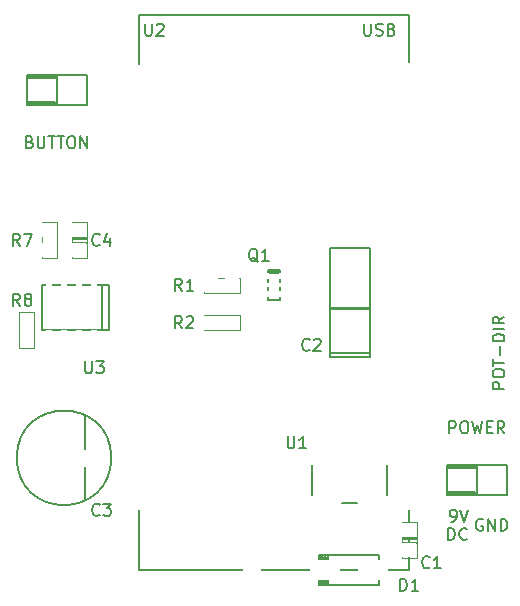
<source format=gto>
G04 #@! TF.FileFunction,Legend,Top*
%FSLAX46Y46*%
G04 Gerber Fmt 4.6, Leading zero omitted, Abs format (unit mm)*
G04 Created by KiCad (PCBNEW 4.0.1-stable) date 27/02/2016 21:34:42*
%MOMM*%
G01*
G04 APERTURE LIST*
%ADD10C,0.150000*%
%ADD11C,0.100000*%
%ADD12R,5.800000X6.200000*%
%ADD13R,1.600000X3.000000*%
%ADD14R,0.600000X1.550000*%
%ADD15R,1.150000X1.150000*%
%ADD16C,2.000000*%
%ADD17C,1.800000*%
%ADD18R,1.500000X1.500000*%
%ADD19C,1.500000*%
%ADD20R,2.500000X1.700000*%
%ADD21C,1.000000*%
%ADD22R,1.000000X1.000000*%
%ADD23O,3.000000X1.800000*%
%ADD24C,4.000000*%
%ADD25C,2.500000*%
%ADD26R,2.350000X2.770000*%
%ADD27R,1.000000X0.400000*%
%ADD28R,1.000000X0.600000*%
%ADD29R,1.800000X1.800000*%
G04 APERTURE END LIST*
D10*
X87503096Y-94750000D02*
X87407858Y-94702381D01*
X87265001Y-94702381D01*
X87122143Y-94750000D01*
X87026905Y-94845238D01*
X86979286Y-94940476D01*
X86931667Y-95130952D01*
X86931667Y-95273810D01*
X86979286Y-95464286D01*
X87026905Y-95559524D01*
X87122143Y-95654762D01*
X87265001Y-95702381D01*
X87360239Y-95702381D01*
X87503096Y-95654762D01*
X87550715Y-95607143D01*
X87550715Y-95273810D01*
X87360239Y-95273810D01*
X87979286Y-95702381D02*
X87979286Y-94702381D01*
X88550715Y-95702381D01*
X88550715Y-94702381D01*
X89026905Y-95702381D02*
X89026905Y-94702381D01*
X89265000Y-94702381D01*
X89407858Y-94750000D01*
X89503096Y-94845238D01*
X89550715Y-94940476D01*
X89598334Y-95130952D01*
X89598334Y-95273810D01*
X89550715Y-95464286D01*
X89503096Y-95559524D01*
X89407858Y-95654762D01*
X89265000Y-95702381D01*
X89026905Y-95702381D01*
X84836190Y-94927381D02*
X85026666Y-94927381D01*
X85121905Y-94879762D01*
X85169524Y-94832143D01*
X85264762Y-94689286D01*
X85312381Y-94498810D01*
X85312381Y-94117857D01*
X85264762Y-94022619D01*
X85217143Y-93975000D01*
X85121905Y-93927381D01*
X84931428Y-93927381D01*
X84836190Y-93975000D01*
X84788571Y-94022619D01*
X84740952Y-94117857D01*
X84740952Y-94355952D01*
X84788571Y-94451190D01*
X84836190Y-94498810D01*
X84931428Y-94546429D01*
X85121905Y-94546429D01*
X85217143Y-94498810D01*
X85264762Y-94451190D01*
X85312381Y-94355952D01*
X85598095Y-93927381D02*
X85931428Y-94927381D01*
X86264762Y-93927381D01*
X84598095Y-96477381D02*
X84598095Y-95477381D01*
X84836190Y-95477381D01*
X84979048Y-95525000D01*
X85074286Y-95620238D01*
X85121905Y-95715476D01*
X85169524Y-95905952D01*
X85169524Y-96048810D01*
X85121905Y-96239286D01*
X85074286Y-96334524D01*
X84979048Y-96429762D01*
X84836190Y-96477381D01*
X84598095Y-96477381D01*
X86169524Y-96382143D02*
X86121905Y-96429762D01*
X85979048Y-96477381D01*
X85883810Y-96477381D01*
X85740952Y-96429762D01*
X85645714Y-96334524D01*
X85598095Y-96239286D01*
X85550476Y-96048810D01*
X85550476Y-95905952D01*
X85598095Y-95715476D01*
X85645714Y-95620238D01*
X85740952Y-95525000D01*
X85883810Y-95477381D01*
X85979048Y-95477381D01*
X86121905Y-95525000D01*
X86169524Y-95572619D01*
X76835000Y-93345000D02*
X75565000Y-93345000D01*
X73025000Y-90170000D02*
X73025000Y-92710000D01*
X79375000Y-90170000D02*
X79375000Y-92710000D01*
X55880000Y-74930000D02*
X55880000Y-78740000D01*
X55880000Y-78740000D02*
X50165000Y-78740000D01*
X50165000Y-78740000D02*
X50165000Y-74930000D01*
X50165000Y-74930000D02*
X55880000Y-74930000D01*
X55880000Y-74930000D02*
X55245000Y-74930000D01*
X55245000Y-74930000D02*
X55245000Y-78740000D01*
D11*
X66929000Y-78740000D02*
X63881000Y-78740000D01*
X63881000Y-78740000D02*
X63881000Y-77470000D01*
X63881000Y-77470000D02*
X66929000Y-77470000D01*
X66929000Y-77470000D02*
X66929000Y-78740000D01*
X66929000Y-75565000D02*
X63881000Y-75565000D01*
X63881000Y-75565000D02*
X63881000Y-74295000D01*
X63881000Y-74295000D02*
X66929000Y-74295000D01*
X66929000Y-74295000D02*
X66929000Y-75565000D01*
X51435000Y-69596000D02*
X51435000Y-72644000D01*
X51435000Y-72644000D02*
X50165000Y-72644000D01*
X50165000Y-72644000D02*
X50165000Y-69596000D01*
X50165000Y-69596000D02*
X51435000Y-69596000D01*
X49530000Y-77216000D02*
X49530000Y-80264000D01*
X49530000Y-80264000D02*
X48260000Y-80264000D01*
X48260000Y-80264000D02*
X48260000Y-77216000D01*
X48260000Y-77216000D02*
X49530000Y-77216000D01*
D10*
X58420000Y-57150000D02*
X58420000Y-52070000D01*
X58420000Y-52070000D02*
X81280000Y-52070000D01*
X81280000Y-52070000D02*
X81280000Y-57150000D01*
X58420000Y-99060000D02*
X58420000Y-93980000D01*
X81280000Y-99060000D02*
X81280000Y-93980000D01*
X58420000Y-99060000D02*
X81280000Y-99060000D01*
X73787000Y-100330000D02*
X73787000Y-97790000D01*
X74041000Y-97917000D02*
X74041000Y-100203000D01*
X74295000Y-100330000D02*
X74295000Y-97917000D01*
X74168000Y-97790000D02*
X74168000Y-100330000D01*
X74168000Y-100330000D02*
X74422000Y-100330000D01*
X74422000Y-100330000D02*
X74422000Y-97790000D01*
X73914000Y-100330000D02*
X73914000Y-97790000D01*
X78740000Y-100330000D02*
X73660000Y-100330000D01*
X73660000Y-100330000D02*
X73660000Y-97790000D01*
X73660000Y-97790000D02*
X78740000Y-97790000D01*
X78740000Y-97790000D02*
X78740000Y-100330000D01*
X84455000Y-90297000D02*
X86995000Y-90297000D01*
X86995000Y-90297000D02*
X86995000Y-90424000D01*
X86995000Y-90424000D02*
X84455000Y-90424000D01*
X84582000Y-92583000D02*
X86868000Y-92583000D01*
X86868000Y-92583000D02*
X86868000Y-92456000D01*
X86868000Y-92456000D02*
X84582000Y-92456000D01*
X84582000Y-92456000D02*
X84455000Y-92456000D01*
X84455000Y-92456000D02*
X84455000Y-92329000D01*
X84455000Y-92329000D02*
X84455000Y-92456000D01*
X84455000Y-92710000D02*
X86995000Y-92710000D01*
X86995000Y-92710000D02*
X84455000Y-92710000D01*
X84455000Y-92710000D02*
X84455000Y-90170000D01*
X84455000Y-90170000D02*
X86995000Y-90170000D01*
X86995000Y-90170000D02*
X86995000Y-92710000D01*
X86995000Y-92710000D02*
X89535000Y-92710000D01*
X89535000Y-92710000D02*
X89535000Y-90170000D01*
X89535000Y-90170000D02*
X86995000Y-90170000D01*
X48895000Y-57277000D02*
X51435000Y-57277000D01*
X51435000Y-57277000D02*
X51435000Y-57404000D01*
X51435000Y-57404000D02*
X48895000Y-57404000D01*
X49022000Y-59563000D02*
X51308000Y-59563000D01*
X51308000Y-59563000D02*
X51308000Y-59436000D01*
X51308000Y-59436000D02*
X49022000Y-59436000D01*
X49022000Y-59436000D02*
X48895000Y-59436000D01*
X48895000Y-59436000D02*
X48895000Y-59309000D01*
X48895000Y-59309000D02*
X48895000Y-59436000D01*
X48895000Y-59690000D02*
X51435000Y-59690000D01*
X51435000Y-59690000D02*
X48895000Y-59690000D01*
X48895000Y-59690000D02*
X48895000Y-57150000D01*
X48895000Y-57150000D02*
X51435000Y-57150000D01*
X51435000Y-57150000D02*
X51435000Y-59690000D01*
X51435000Y-59690000D02*
X53975000Y-59690000D01*
X53975000Y-59690000D02*
X53975000Y-57150000D01*
X53975000Y-57150000D02*
X51435000Y-57150000D01*
X53848000Y-90297000D02*
X53848000Y-93091000D01*
X53848000Y-88773000D02*
X53848000Y-85979000D01*
X56070000Y-89535000D02*
G75*
G03X56070000Y-89535000I-4000000J0D01*
G01*
D11*
X80645000Y-96329500D02*
X81915000Y-96329500D01*
X81915000Y-96710500D02*
X80645000Y-96710500D01*
X80645000Y-96266000D02*
X81915000Y-96266000D01*
X81915000Y-96266000D02*
X81915000Y-96393000D01*
X81915000Y-96393000D02*
X80645000Y-96393000D01*
X80645000Y-96393000D02*
X80645000Y-96266000D01*
X80645000Y-96774000D02*
X81915000Y-96774000D01*
X81915000Y-96774000D02*
X81915000Y-96647000D01*
X81915000Y-96647000D02*
X80645000Y-96647000D01*
X80645000Y-96647000D02*
X80645000Y-96774000D01*
X80645000Y-98044000D02*
X80645000Y-94996000D01*
X80645000Y-94996000D02*
X81915000Y-94996000D01*
X81915000Y-94996000D02*
X81915000Y-98044000D01*
X81915000Y-98044000D02*
X80645000Y-98044000D01*
X53975000Y-71310500D02*
X52705000Y-71310500D01*
X52705000Y-70929500D02*
X53975000Y-70929500D01*
X53975000Y-71374000D02*
X52705000Y-71374000D01*
X52705000Y-71374000D02*
X52705000Y-71247000D01*
X52705000Y-71247000D02*
X53975000Y-71247000D01*
X53975000Y-71247000D02*
X53975000Y-71374000D01*
X53975000Y-70866000D02*
X52705000Y-70866000D01*
X52705000Y-70866000D02*
X52705000Y-70993000D01*
X52705000Y-70993000D02*
X53975000Y-70993000D01*
X53975000Y-70993000D02*
X53975000Y-70866000D01*
X53975000Y-69596000D02*
X53975000Y-72644000D01*
X53975000Y-72644000D02*
X52705000Y-72644000D01*
X52705000Y-72644000D02*
X52705000Y-69596000D01*
X52705000Y-69596000D02*
X53975000Y-69596000D01*
D10*
X74549000Y-80772000D02*
X74549000Y-80645000D01*
X77978000Y-80645000D02*
X77978000Y-81026000D01*
X77978000Y-81026000D02*
X74549000Y-81026000D01*
X74549000Y-81026000D02*
X74549000Y-80772000D01*
X77978000Y-76962000D02*
X74549000Y-76962000D01*
X77978000Y-76835000D02*
X74549000Y-76835000D01*
X77978000Y-71755000D02*
X77978000Y-80645000D01*
X77978000Y-80645000D02*
X74549000Y-80645000D01*
X74549000Y-80645000D02*
X74549000Y-71755000D01*
X74549000Y-71755000D02*
X77978000Y-71755000D01*
X70358000Y-73787000D02*
X69342000Y-73787000D01*
X69342000Y-73914000D02*
X70358000Y-73914000D01*
X69342000Y-73660000D02*
X70358000Y-73660000D01*
X70358000Y-73660000D02*
X70358000Y-76200000D01*
X70358000Y-76200000D02*
X69342000Y-76200000D01*
X69342000Y-76200000D02*
X69342000Y-73660000D01*
X70993095Y-87717381D02*
X70993095Y-88526905D01*
X71040714Y-88622143D01*
X71088333Y-88669762D01*
X71183571Y-88717381D01*
X71374048Y-88717381D01*
X71469286Y-88669762D01*
X71516905Y-88622143D01*
X71564524Y-88526905D01*
X71564524Y-87717381D01*
X72564524Y-88717381D02*
X71993095Y-88717381D01*
X72278809Y-88717381D02*
X72278809Y-87717381D01*
X72183571Y-87860238D01*
X72088333Y-87955476D01*
X71993095Y-88003095D01*
X53848095Y-81367381D02*
X53848095Y-82176905D01*
X53895714Y-82272143D01*
X53943333Y-82319762D01*
X54038571Y-82367381D01*
X54229048Y-82367381D01*
X54324286Y-82319762D01*
X54371905Y-82272143D01*
X54419524Y-82176905D01*
X54419524Y-81367381D01*
X54800476Y-81367381D02*
X55419524Y-81367381D01*
X55086190Y-81748333D01*
X55229048Y-81748333D01*
X55324286Y-81795952D01*
X55371905Y-81843571D01*
X55419524Y-81938810D01*
X55419524Y-82176905D01*
X55371905Y-82272143D01*
X55324286Y-82319762D01*
X55229048Y-82367381D01*
X54943333Y-82367381D01*
X54848095Y-82319762D01*
X54800476Y-82272143D01*
X62063334Y-78557381D02*
X61730000Y-78081190D01*
X61491905Y-78557381D02*
X61491905Y-77557381D01*
X61872858Y-77557381D01*
X61968096Y-77605000D01*
X62015715Y-77652619D01*
X62063334Y-77747857D01*
X62063334Y-77890714D01*
X62015715Y-77985952D01*
X61968096Y-78033571D01*
X61872858Y-78081190D01*
X61491905Y-78081190D01*
X62444286Y-77652619D02*
X62491905Y-77605000D01*
X62587143Y-77557381D01*
X62825239Y-77557381D01*
X62920477Y-77605000D01*
X62968096Y-77652619D01*
X63015715Y-77747857D01*
X63015715Y-77843095D01*
X62968096Y-77985952D01*
X62396667Y-78557381D01*
X63015715Y-78557381D01*
X62063334Y-75382381D02*
X61730000Y-74906190D01*
X61491905Y-75382381D02*
X61491905Y-74382381D01*
X61872858Y-74382381D01*
X61968096Y-74430000D01*
X62015715Y-74477619D01*
X62063334Y-74572857D01*
X62063334Y-74715714D01*
X62015715Y-74810952D01*
X61968096Y-74858571D01*
X61872858Y-74906190D01*
X61491905Y-74906190D01*
X63015715Y-75382381D02*
X62444286Y-75382381D01*
X62730000Y-75382381D02*
X62730000Y-74382381D01*
X62634762Y-74525238D01*
X62539524Y-74620476D01*
X62444286Y-74668095D01*
X48347334Y-71572381D02*
X48014000Y-71096190D01*
X47775905Y-71572381D02*
X47775905Y-70572381D01*
X48156858Y-70572381D01*
X48252096Y-70620000D01*
X48299715Y-70667619D01*
X48347334Y-70762857D01*
X48347334Y-70905714D01*
X48299715Y-71000952D01*
X48252096Y-71048571D01*
X48156858Y-71096190D01*
X47775905Y-71096190D01*
X48680667Y-70572381D02*
X49347334Y-70572381D01*
X48918762Y-71572381D01*
X48347334Y-76652381D02*
X48014000Y-76176190D01*
X47775905Y-76652381D02*
X47775905Y-75652381D01*
X48156858Y-75652381D01*
X48252096Y-75700000D01*
X48299715Y-75747619D01*
X48347334Y-75842857D01*
X48347334Y-75985714D01*
X48299715Y-76080952D01*
X48252096Y-76128571D01*
X48156858Y-76176190D01*
X47775905Y-76176190D01*
X48918762Y-76080952D02*
X48823524Y-76033333D01*
X48775905Y-75985714D01*
X48728286Y-75890476D01*
X48728286Y-75842857D01*
X48775905Y-75747619D01*
X48823524Y-75700000D01*
X48918762Y-75652381D01*
X49109239Y-75652381D01*
X49204477Y-75700000D01*
X49252096Y-75747619D01*
X49299715Y-75842857D01*
X49299715Y-75890476D01*
X49252096Y-75985714D01*
X49204477Y-76033333D01*
X49109239Y-76080952D01*
X48918762Y-76080952D01*
X48823524Y-76128571D01*
X48775905Y-76176190D01*
X48728286Y-76271429D01*
X48728286Y-76461905D01*
X48775905Y-76557143D01*
X48823524Y-76604762D01*
X48918762Y-76652381D01*
X49109239Y-76652381D01*
X49204477Y-76604762D01*
X49252096Y-76557143D01*
X49299715Y-76461905D01*
X49299715Y-76271429D01*
X49252096Y-76176190D01*
X49204477Y-76128571D01*
X49109239Y-76080952D01*
X58928095Y-52792381D02*
X58928095Y-53601905D01*
X58975714Y-53697143D01*
X59023333Y-53744762D01*
X59118571Y-53792381D01*
X59309048Y-53792381D01*
X59404286Y-53744762D01*
X59451905Y-53697143D01*
X59499524Y-53601905D01*
X59499524Y-52792381D01*
X59928095Y-52887619D02*
X59975714Y-52840000D01*
X60070952Y-52792381D01*
X60309048Y-52792381D01*
X60404286Y-52840000D01*
X60451905Y-52887619D01*
X60499524Y-52982857D01*
X60499524Y-53078095D01*
X60451905Y-53220952D01*
X59880476Y-53792381D01*
X60499524Y-53792381D01*
X77478095Y-52792381D02*
X77478095Y-53601905D01*
X77525714Y-53697143D01*
X77573333Y-53744762D01*
X77668571Y-53792381D01*
X77859048Y-53792381D01*
X77954286Y-53744762D01*
X78001905Y-53697143D01*
X78049524Y-53601905D01*
X78049524Y-52792381D01*
X78478095Y-53744762D02*
X78620952Y-53792381D01*
X78859048Y-53792381D01*
X78954286Y-53744762D01*
X79001905Y-53697143D01*
X79049524Y-53601905D01*
X79049524Y-53506667D01*
X79001905Y-53411429D01*
X78954286Y-53363810D01*
X78859048Y-53316190D01*
X78668571Y-53268571D01*
X78573333Y-53220952D01*
X78525714Y-53173333D01*
X78478095Y-53078095D01*
X78478095Y-52982857D01*
X78525714Y-52887619D01*
X78573333Y-52840000D01*
X78668571Y-52792381D01*
X78906667Y-52792381D01*
X79049524Y-52840000D01*
X79811429Y-53268571D02*
X79954286Y-53316190D01*
X80001905Y-53363810D01*
X80049524Y-53459048D01*
X80049524Y-53601905D01*
X80001905Y-53697143D01*
X79954286Y-53744762D01*
X79859048Y-53792381D01*
X79478095Y-53792381D01*
X79478095Y-52792381D01*
X79811429Y-52792381D01*
X79906667Y-52840000D01*
X79954286Y-52887619D01*
X80001905Y-52982857D01*
X80001905Y-53078095D01*
X79954286Y-53173333D01*
X79906667Y-53220952D01*
X79811429Y-53268571D01*
X79478095Y-53268571D01*
X80541905Y-100782381D02*
X80541905Y-99782381D01*
X80780000Y-99782381D01*
X80922858Y-99830000D01*
X81018096Y-99925238D01*
X81065715Y-100020476D01*
X81113334Y-100210952D01*
X81113334Y-100353810D01*
X81065715Y-100544286D01*
X81018096Y-100639524D01*
X80922858Y-100734762D01*
X80780000Y-100782381D01*
X80541905Y-100782381D01*
X82065715Y-100782381D02*
X81494286Y-100782381D01*
X81780000Y-100782381D02*
X81780000Y-99782381D01*
X81684762Y-99925238D01*
X81589524Y-100020476D01*
X81494286Y-100068095D01*
X84685476Y-87447381D02*
X84685476Y-86447381D01*
X85066429Y-86447381D01*
X85161667Y-86495000D01*
X85209286Y-86542619D01*
X85256905Y-86637857D01*
X85256905Y-86780714D01*
X85209286Y-86875952D01*
X85161667Y-86923571D01*
X85066429Y-86971190D01*
X84685476Y-86971190D01*
X85875952Y-86447381D02*
X86066429Y-86447381D01*
X86161667Y-86495000D01*
X86256905Y-86590238D01*
X86304524Y-86780714D01*
X86304524Y-87114048D01*
X86256905Y-87304524D01*
X86161667Y-87399762D01*
X86066429Y-87447381D01*
X85875952Y-87447381D01*
X85780714Y-87399762D01*
X85685476Y-87304524D01*
X85637857Y-87114048D01*
X85637857Y-86780714D01*
X85685476Y-86590238D01*
X85780714Y-86495000D01*
X85875952Y-86447381D01*
X86637857Y-86447381D02*
X86875952Y-87447381D01*
X87066429Y-86733095D01*
X87256905Y-87447381D01*
X87495000Y-86447381D01*
X87875952Y-86923571D02*
X88209286Y-86923571D01*
X88352143Y-87447381D02*
X87875952Y-87447381D01*
X87875952Y-86447381D01*
X88352143Y-86447381D01*
X89352143Y-87447381D02*
X89018809Y-86971190D01*
X88780714Y-87447381D02*
X88780714Y-86447381D01*
X89161667Y-86447381D01*
X89256905Y-86495000D01*
X89304524Y-86542619D01*
X89352143Y-86637857D01*
X89352143Y-86780714D01*
X89304524Y-86875952D01*
X89256905Y-86923571D01*
X89161667Y-86971190D01*
X88780714Y-86971190D01*
X49173096Y-62793571D02*
X49315953Y-62841190D01*
X49363572Y-62888810D01*
X49411191Y-62984048D01*
X49411191Y-63126905D01*
X49363572Y-63222143D01*
X49315953Y-63269762D01*
X49220715Y-63317381D01*
X48839762Y-63317381D01*
X48839762Y-62317381D01*
X49173096Y-62317381D01*
X49268334Y-62365000D01*
X49315953Y-62412619D01*
X49363572Y-62507857D01*
X49363572Y-62603095D01*
X49315953Y-62698333D01*
X49268334Y-62745952D01*
X49173096Y-62793571D01*
X48839762Y-62793571D01*
X49839762Y-62317381D02*
X49839762Y-63126905D01*
X49887381Y-63222143D01*
X49935000Y-63269762D01*
X50030238Y-63317381D01*
X50220715Y-63317381D01*
X50315953Y-63269762D01*
X50363572Y-63222143D01*
X50411191Y-63126905D01*
X50411191Y-62317381D01*
X50744524Y-62317381D02*
X51315953Y-62317381D01*
X51030238Y-63317381D02*
X51030238Y-62317381D01*
X51506429Y-62317381D02*
X52077858Y-62317381D01*
X51792143Y-63317381D02*
X51792143Y-62317381D01*
X52601667Y-62317381D02*
X52792144Y-62317381D01*
X52887382Y-62365000D01*
X52982620Y-62460238D01*
X53030239Y-62650714D01*
X53030239Y-62984048D01*
X52982620Y-63174524D01*
X52887382Y-63269762D01*
X52792144Y-63317381D01*
X52601667Y-63317381D01*
X52506429Y-63269762D01*
X52411191Y-63174524D01*
X52363572Y-62984048D01*
X52363572Y-62650714D01*
X52411191Y-62460238D01*
X52506429Y-62365000D01*
X52601667Y-62317381D01*
X53458810Y-63317381D02*
X53458810Y-62317381D01*
X54030239Y-63317381D01*
X54030239Y-62317381D01*
X55078334Y-94337143D02*
X55030715Y-94384762D01*
X54887858Y-94432381D01*
X54792620Y-94432381D01*
X54649762Y-94384762D01*
X54554524Y-94289524D01*
X54506905Y-94194286D01*
X54459286Y-94003810D01*
X54459286Y-93860952D01*
X54506905Y-93670476D01*
X54554524Y-93575238D01*
X54649762Y-93480000D01*
X54792620Y-93432381D01*
X54887858Y-93432381D01*
X55030715Y-93480000D01*
X55078334Y-93527619D01*
X55411667Y-93432381D02*
X56030715Y-93432381D01*
X55697381Y-93813333D01*
X55840239Y-93813333D01*
X55935477Y-93860952D01*
X55983096Y-93908571D01*
X56030715Y-94003810D01*
X56030715Y-94241905D01*
X55983096Y-94337143D01*
X55935477Y-94384762D01*
X55840239Y-94432381D01*
X55554524Y-94432381D01*
X55459286Y-94384762D01*
X55411667Y-94337143D01*
X83018334Y-98782143D02*
X82970715Y-98829762D01*
X82827858Y-98877381D01*
X82732620Y-98877381D01*
X82589762Y-98829762D01*
X82494524Y-98734524D01*
X82446905Y-98639286D01*
X82399286Y-98448810D01*
X82399286Y-98305952D01*
X82446905Y-98115476D01*
X82494524Y-98020238D01*
X82589762Y-97925000D01*
X82732620Y-97877381D01*
X82827858Y-97877381D01*
X82970715Y-97925000D01*
X83018334Y-97972619D01*
X83970715Y-98877381D02*
X83399286Y-98877381D01*
X83685000Y-98877381D02*
X83685000Y-97877381D01*
X83589762Y-98020238D01*
X83494524Y-98115476D01*
X83399286Y-98163095D01*
X55078334Y-71477143D02*
X55030715Y-71524762D01*
X54887858Y-71572381D01*
X54792620Y-71572381D01*
X54649762Y-71524762D01*
X54554524Y-71429524D01*
X54506905Y-71334286D01*
X54459286Y-71143810D01*
X54459286Y-71000952D01*
X54506905Y-70810476D01*
X54554524Y-70715238D01*
X54649762Y-70620000D01*
X54792620Y-70572381D01*
X54887858Y-70572381D01*
X55030715Y-70620000D01*
X55078334Y-70667619D01*
X55935477Y-70905714D02*
X55935477Y-71572381D01*
X55697381Y-70524762D02*
X55459286Y-71239048D01*
X56078334Y-71239048D01*
X72858334Y-80367143D02*
X72810715Y-80414762D01*
X72667858Y-80462381D01*
X72572620Y-80462381D01*
X72429762Y-80414762D01*
X72334524Y-80319524D01*
X72286905Y-80224286D01*
X72239286Y-80033810D01*
X72239286Y-79890952D01*
X72286905Y-79700476D01*
X72334524Y-79605238D01*
X72429762Y-79510000D01*
X72572620Y-79462381D01*
X72667858Y-79462381D01*
X72810715Y-79510000D01*
X72858334Y-79557619D01*
X73239286Y-79557619D02*
X73286905Y-79510000D01*
X73382143Y-79462381D01*
X73620239Y-79462381D01*
X73715477Y-79510000D01*
X73763096Y-79557619D01*
X73810715Y-79652857D01*
X73810715Y-79748095D01*
X73763096Y-79890952D01*
X73191667Y-80462381D01*
X73810715Y-80462381D01*
X68484762Y-72937619D02*
X68389524Y-72890000D01*
X68294286Y-72794762D01*
X68151429Y-72651905D01*
X68056190Y-72604286D01*
X67960952Y-72604286D01*
X68008571Y-72842381D02*
X67913333Y-72794762D01*
X67818095Y-72699524D01*
X67770476Y-72509048D01*
X67770476Y-72175714D01*
X67818095Y-71985238D01*
X67913333Y-71890000D01*
X68008571Y-71842381D01*
X68199048Y-71842381D01*
X68294286Y-71890000D01*
X68389524Y-71985238D01*
X68437143Y-72175714D01*
X68437143Y-72509048D01*
X68389524Y-72699524D01*
X68294286Y-72794762D01*
X68199048Y-72842381D01*
X68008571Y-72842381D01*
X69389524Y-72842381D02*
X68818095Y-72842381D01*
X69103809Y-72842381D02*
X69103809Y-71842381D01*
X69008571Y-71985238D01*
X68913333Y-72080476D01*
X68818095Y-72128095D01*
X89352381Y-83668809D02*
X88352381Y-83668809D01*
X88352381Y-83287856D01*
X88400000Y-83192618D01*
X88447619Y-83144999D01*
X88542857Y-83097380D01*
X88685714Y-83097380D01*
X88780952Y-83144999D01*
X88828571Y-83192618D01*
X88876190Y-83287856D01*
X88876190Y-83668809D01*
X88352381Y-82478333D02*
X88352381Y-82287856D01*
X88400000Y-82192618D01*
X88495238Y-82097380D01*
X88685714Y-82049761D01*
X89019048Y-82049761D01*
X89209524Y-82097380D01*
X89304762Y-82192618D01*
X89352381Y-82287856D01*
X89352381Y-82478333D01*
X89304762Y-82573571D01*
X89209524Y-82668809D01*
X89019048Y-82716428D01*
X88685714Y-82716428D01*
X88495238Y-82668809D01*
X88400000Y-82573571D01*
X88352381Y-82478333D01*
X88352381Y-81764047D02*
X88352381Y-81192618D01*
X89352381Y-81478333D02*
X88352381Y-81478333D01*
X88971429Y-80859285D02*
X88971429Y-80097380D01*
X89352381Y-79621190D02*
X88352381Y-79621190D01*
X88352381Y-79383095D01*
X88400000Y-79240237D01*
X88495238Y-79144999D01*
X88590476Y-79097380D01*
X88780952Y-79049761D01*
X88923810Y-79049761D01*
X89114286Y-79097380D01*
X89209524Y-79144999D01*
X89304762Y-79240237D01*
X89352381Y-79383095D01*
X89352381Y-79621190D01*
X89352381Y-78621190D02*
X88352381Y-78621190D01*
X89352381Y-77573571D02*
X88876190Y-77906905D01*
X89352381Y-78145000D02*
X88352381Y-78145000D01*
X88352381Y-77764047D01*
X88400000Y-77668809D01*
X88447619Y-77621190D01*
X88542857Y-77573571D01*
X88685714Y-77573571D01*
X88780952Y-77621190D01*
X88828571Y-77668809D01*
X88876190Y-77764047D01*
X88876190Y-78145000D01*
%LPC*%
D12*
X76200000Y-86995000D03*
D13*
X78300000Y-94250000D03*
X74100000Y-94250000D03*
D14*
X54610000Y-74235000D03*
X53340000Y-74235000D03*
X52070000Y-74235000D03*
X50800000Y-74235000D03*
X50800000Y-79435000D03*
X52070000Y-79435000D03*
X53340000Y-79435000D03*
X54610000Y-79435000D03*
D15*
X66255000Y-78105000D03*
X64555000Y-78105000D03*
X66255000Y-74930000D03*
X64555000Y-74930000D03*
X50800000Y-70270000D03*
X50800000Y-71970000D03*
X48895000Y-77890000D03*
X48895000Y-79590000D03*
D16*
X81280000Y-92710000D03*
X81280000Y-90170000D03*
X81280000Y-87630000D03*
X81280000Y-85090000D03*
X81280000Y-82550000D03*
X81280000Y-80010000D03*
X81280000Y-77470000D03*
X81280000Y-74930000D03*
X81280000Y-72390000D03*
X81280000Y-69850000D03*
X81280000Y-67310000D03*
X81280000Y-64770000D03*
X81280000Y-62230000D03*
X81280000Y-59690000D03*
X81280000Y-57150000D03*
D17*
X58420000Y-57150000D03*
X58420000Y-59690000D03*
X58420000Y-62230000D03*
X58420000Y-64770000D03*
X58420000Y-67310000D03*
X58420000Y-69850000D03*
X58420000Y-72390000D03*
X58420000Y-74930000D03*
X58420000Y-77470000D03*
X58420000Y-80010000D03*
X58420000Y-82550000D03*
X58420000Y-85090000D03*
X58420000Y-87630000D03*
X58420000Y-90170000D03*
X58420000Y-92710000D03*
D18*
X67945000Y-56515000D03*
D19*
X67945000Y-59055000D03*
D18*
X67945000Y-53340000D03*
D19*
X67945000Y-50800000D03*
D18*
X67945000Y-96520000D03*
D19*
X67945000Y-99060000D03*
D18*
X67945000Y-93345000D03*
D19*
X67945000Y-90805000D03*
D20*
X78200000Y-99060000D03*
X74200000Y-99060000D03*
D17*
X85725000Y-91440000D03*
X88265000Y-91440000D03*
X50165000Y-58420000D03*
X52705000Y-58420000D03*
D21*
X50320000Y-89535000D03*
D22*
X53820000Y-89535000D03*
D15*
X81280000Y-97370000D03*
X81280000Y-95670000D03*
D23*
X85090000Y-73680000D03*
X85090000Y-76180000D03*
X85090000Y-78680000D03*
X85090000Y-71180000D03*
X85090000Y-68680000D03*
X85090000Y-81180000D03*
X85090000Y-83680000D03*
X85090000Y-66180000D03*
D24*
X69590000Y-83180000D03*
X69590000Y-66680000D03*
D25*
X49890000Y-83430000D03*
X49890000Y-66430000D03*
D15*
X53340000Y-70270000D03*
X53340000Y-71970000D03*
D26*
X76200000Y-78770000D03*
X76200000Y-73630000D03*
D27*
X70750000Y-74930000D03*
X68950000Y-74930000D03*
D28*
X70750000Y-75680000D03*
X68950000Y-74180000D03*
X70750000Y-74180000D03*
X68950000Y-75680000D03*
D17*
X76835000Y-55245000D03*
X76835000Y-57785000D03*
X76835000Y-60325000D03*
X74295000Y-60325000D03*
X74295000Y-57785000D03*
X74295000Y-55245000D03*
D29*
X88900000Y-74930000D03*
X88900000Y-72390000D03*
X88900000Y-69850000D03*
M02*

</source>
